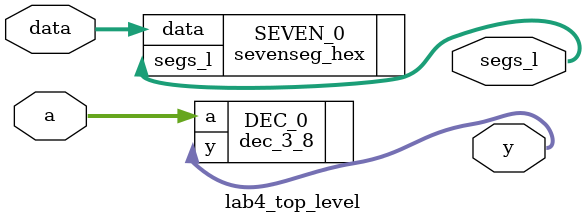
<source format=sv>
`timescale 1ns / 1ps


module lab4_top_level(input logic [2:0] a, input logic [3:0] data,
                      output logic [7:0] y, output logic [6:0] segs_l);
                      
      dec_3_8 DEC_0(.a(a), .y(y));
      sevenseg_hex SEVEN_0(.data(data), .segs_l(segs_l));
                      
endmodule

</source>
